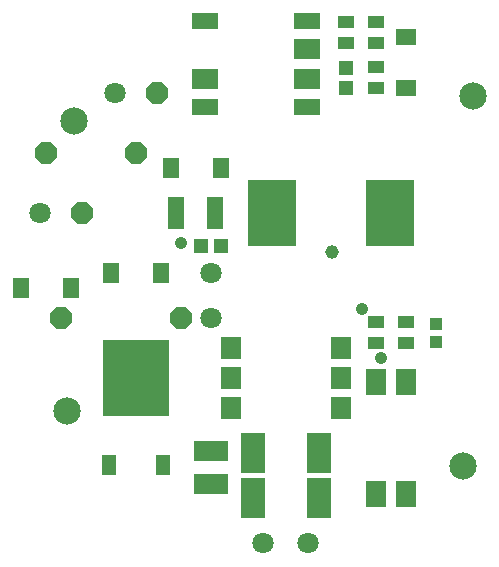
<source format=gts>
G75*
G70*
%OFA0B0*%
%FSLAX24Y24*%
%IPPOS*%
%LPD*%
%AMOC8*
5,1,8,0,0,1.08239X$1,22.5*
%
%ADD10R,0.0513X0.0474*%
%ADD11OC8,0.0710*%
%ADD12C,0.0710*%
%ADD13R,0.0580X0.0659*%
%ADD14OC8,0.0740*%
%ADD15R,0.0880X0.0540*%
%ADD16R,0.0880X0.0680*%
%ADD17R,0.0474X0.0513*%
%ADD18R,0.0552X0.0395*%
%ADD19R,0.0659X0.0580*%
%ADD20R,0.0552X0.1064*%
%ADD21R,0.0789X0.1340*%
%ADD22R,0.0678X0.0781*%
%ADD23R,0.0395X0.0395*%
%ADD24R,0.0710X0.0867*%
%ADD25R,0.1143X0.0710*%
%ADD26R,0.1596X0.2245*%
%ADD27R,0.2206X0.2521*%
%ADD28R,0.0474X0.0710*%
%ADD29C,0.0420*%
%ADD30C,0.0907*%
%ADD31C,0.0456*%
D10*
X007728Y010988D03*
X008397Y010988D03*
D11*
X003763Y012088D03*
X006263Y016088D03*
D12*
X004863Y016088D03*
X002363Y012088D03*
X008063Y010088D03*
X008063Y008588D03*
X009813Y001088D03*
X011313Y001088D03*
D13*
X003409Y009588D03*
X004716Y010088D03*
X006409Y010088D03*
X006716Y013588D03*
X008409Y013588D03*
X001716Y009588D03*
D14*
X003063Y008588D03*
X007063Y008588D03*
X005563Y014088D03*
X002563Y014088D03*
D15*
X007863Y015620D03*
X007863Y018480D03*
X011263Y018480D03*
X011263Y015620D03*
D16*
X011263Y016548D03*
X011263Y017558D03*
X007863Y016548D03*
D17*
X012563Y016253D03*
X012563Y016922D03*
D18*
X012563Y017733D03*
X012563Y018442D03*
X013563Y018442D03*
X013563Y017733D03*
X013563Y016942D03*
X013563Y016233D03*
X013563Y008442D03*
X013563Y007733D03*
X014563Y007733D03*
X014563Y008442D03*
D19*
X014563Y016241D03*
X014563Y017934D03*
D20*
X008212Y012088D03*
X006913Y012088D03*
D21*
X009460Y004088D03*
X009460Y002588D03*
X011665Y002588D03*
X011665Y004088D03*
D22*
X012391Y005588D03*
X012391Y006588D03*
X012391Y007588D03*
X008734Y007588D03*
X008734Y006588D03*
X008734Y005588D03*
D23*
X015563Y007792D03*
X015563Y008383D03*
D24*
X014563Y006465D03*
X013563Y006465D03*
X013563Y002710D03*
X014563Y002710D03*
D25*
X008063Y003036D03*
X008063Y004139D03*
D26*
X010104Y012088D03*
X014021Y012088D03*
D27*
X005563Y006572D03*
D28*
X004665Y003698D03*
X006460Y003698D03*
D29*
X013100Y008875D03*
X013725Y007238D03*
X007063Y011088D03*
D30*
X003500Y015150D03*
X003275Y005488D03*
X016475Y003663D03*
X016813Y015988D03*
D31*
X012100Y010775D03*
M02*

</source>
